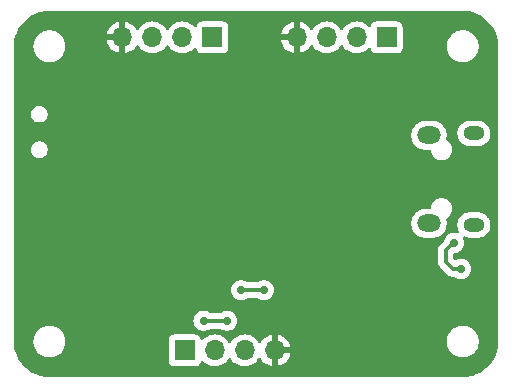
<source format=gbr>
%TF.GenerationSoftware,KiCad,Pcbnew,8.0.0*%
%TF.CreationDate,2024-03-15T15:48:41+01:00*%
%TF.ProjectId,STM32F103_BluePill,53544d33-3246-4313-9033-5f426c756550,rev?*%
%TF.SameCoordinates,Original*%
%TF.FileFunction,Copper,L2,Bot*%
%TF.FilePolarity,Positive*%
%FSLAX46Y46*%
G04 Gerber Fmt 4.6, Leading zero omitted, Abs format (unit mm)*
G04 Created by KiCad (PCBNEW 8.0.0) date 2024-03-15 15:48:41*
%MOMM*%
%LPD*%
G01*
G04 APERTURE LIST*
%TA.AperFunction,ComponentPad*%
%ADD10O,1.800000X1.150000*%
%TD*%
%TA.AperFunction,ComponentPad*%
%ADD11O,2.000000X1.450000*%
%TD*%
%TA.AperFunction,ComponentPad*%
%ADD12R,1.700000X1.700000*%
%TD*%
%TA.AperFunction,ComponentPad*%
%ADD13O,1.700000X1.700000*%
%TD*%
%TA.AperFunction,ViaPad*%
%ADD14C,0.700000*%
%TD*%
%TA.AperFunction,Conductor*%
%ADD15C,0.300000*%
%TD*%
G04 APERTURE END LIST*
D10*
%TO.P,J3,6,Shield*%
%TO.N,unconnected-(J3-Shield-Pad6)_2*%
X169695000Y-102875000D03*
D11*
%TO.N,unconnected-(J3-Shield-Pad6)*%
X165895000Y-102725000D03*
%TO.N,unconnected-(J3-Shield-Pad6)_0*%
X165895000Y-95275000D03*
D10*
%TO.N,unconnected-(J3-Shield-Pad6)_1*%
X169695000Y-95125000D03*
%TD*%
D12*
%TO.P,J4,1,Pin_1*%
%TO.N,+3.3V*%
X162300000Y-87000000D03*
D13*
%TO.P,J4,2,Pin_2*%
%TO.N,/SWDIO*%
X159760000Y-87000000D03*
%TO.P,J4,3,Pin_3*%
%TO.N,/SWCLK*%
X157220000Y-87000000D03*
%TO.P,J4,4,Pin_4*%
%TO.N,GND*%
X154680000Y-87000000D03*
%TD*%
D12*
%TO.P,J2,1,Pin_1*%
%TO.N,+3.3V*%
X145200000Y-113500000D03*
D13*
%TO.P,J2,2,Pin_2*%
%TO.N,/I2C2_SCL*%
X147740000Y-113500000D03*
%TO.P,J2,3,Pin_3*%
%TO.N,/I2C2_SDA*%
X150280000Y-113500000D03*
%TO.P,J2,4,Pin_4*%
%TO.N,GND*%
X152820000Y-113500000D03*
%TD*%
D12*
%TO.P,J1,1,Pin_1*%
%TO.N,+3.3V*%
X147550000Y-87000000D03*
D13*
%TO.P,J1,2,Pin_2*%
%TO.N,/UART1_TX*%
X145010000Y-87000000D03*
%TO.P,J1,3,Pin_3*%
%TO.N,/UART1_RX*%
X142470000Y-87000000D03*
%TO.P,J1,4,Pin_4*%
%TO.N,GND*%
X139930000Y-87000000D03*
%TD*%
D14*
%TO.N,GND*%
X144000000Y-95440000D03*
X140900000Y-96730000D03*
X135680000Y-91840000D03*
X161670000Y-102680000D03*
X143020000Y-103980000D03*
X168600000Y-105400000D03*
X139100000Y-96300000D03*
X152250000Y-102870000D03*
X148635025Y-105895025D03*
X161690000Y-101740000D03*
X147760000Y-97600000D03*
X143030000Y-107310000D03*
X147340000Y-101200000D03*
X137400000Y-101500000D03*
X164410000Y-97700000D03*
X162000000Y-106100000D03*
X157040000Y-98350000D03*
X161200000Y-106100000D03*
X165200000Y-106800000D03*
X141920000Y-99570000D03*
%TO.N,+3.3V*%
X146800000Y-111000000D03*
X151900000Y-108400000D03*
X168000000Y-104400000D03*
X168600000Y-106600000D03*
X148800000Y-111000000D03*
X150000000Y-108400000D03*
%TD*%
D15*
%TO.N,+3.3V*%
X146800000Y-111000000D02*
X148800000Y-111000000D01*
X150000000Y-108400000D02*
X151900000Y-108400000D01*
X167300000Y-106000000D02*
X167300000Y-105000000D01*
X167950000Y-104450000D02*
X168000000Y-104400000D01*
X167900000Y-106600000D02*
X167300000Y-106000000D01*
X167300000Y-105000000D02*
X167900000Y-104400000D01*
X167900000Y-104400000D02*
X168000000Y-104400000D01*
X168600000Y-106600000D02*
X167900000Y-106600000D01*
%TD*%
%TA.AperFunction,Conductor*%
%TO.N,GND*%
G36*
X168750855Y-84750011D02*
G01*
X168912269Y-84752274D01*
X168924390Y-84753041D01*
X169228553Y-84787312D01*
X169245992Y-84789277D01*
X169259700Y-84791606D01*
X169574366Y-84863426D01*
X169587725Y-84867273D01*
X169892392Y-84973881D01*
X169905228Y-84979199D01*
X170196025Y-85119239D01*
X170208195Y-85125965D01*
X170481486Y-85297685D01*
X170492827Y-85305732D01*
X170745173Y-85506971D01*
X170755541Y-85516237D01*
X170983762Y-85744458D01*
X170993028Y-85754826D01*
X171194267Y-86007172D01*
X171202314Y-86018513D01*
X171374034Y-86291804D01*
X171380760Y-86303974D01*
X171520798Y-86594766D01*
X171526120Y-86607613D01*
X171632724Y-86912270D01*
X171636573Y-86925633D01*
X171708393Y-87240299D01*
X171710722Y-87254007D01*
X171746957Y-87575597D01*
X171747725Y-87587743D01*
X171749988Y-87749144D01*
X171750000Y-87750882D01*
X171750000Y-112749117D01*
X171749988Y-112750855D01*
X171747725Y-112912256D01*
X171746957Y-112924402D01*
X171710722Y-113245992D01*
X171708393Y-113259700D01*
X171636573Y-113574366D01*
X171632724Y-113587729D01*
X171526120Y-113892386D01*
X171520798Y-113905233D01*
X171380760Y-114196025D01*
X171374034Y-114208195D01*
X171202314Y-114481486D01*
X171194267Y-114492827D01*
X170993028Y-114745173D01*
X170983762Y-114755541D01*
X170755541Y-114983762D01*
X170745173Y-114993028D01*
X170492827Y-115194267D01*
X170481486Y-115202314D01*
X170208195Y-115374034D01*
X170196025Y-115380760D01*
X169905233Y-115520798D01*
X169892386Y-115526120D01*
X169587729Y-115632724D01*
X169574366Y-115636573D01*
X169259700Y-115708393D01*
X169245992Y-115710722D01*
X168924402Y-115746957D01*
X168912256Y-115747725D01*
X168750856Y-115749988D01*
X168749118Y-115750000D01*
X133750882Y-115750000D01*
X133749144Y-115749988D01*
X133587743Y-115747725D01*
X133575597Y-115746957D01*
X133254007Y-115710722D01*
X133240299Y-115708393D01*
X132925633Y-115636573D01*
X132912270Y-115632724D01*
X132607613Y-115526120D01*
X132594766Y-115520798D01*
X132303974Y-115380760D01*
X132291804Y-115374034D01*
X132018513Y-115202314D01*
X132007172Y-115194267D01*
X131754826Y-114993028D01*
X131744458Y-114983762D01*
X131516237Y-114755541D01*
X131506971Y-114745173D01*
X131450238Y-114674032D01*
X131305730Y-114492824D01*
X131297685Y-114481486D01*
X131245149Y-114397876D01*
X131245145Y-114397870D01*
X143849500Y-114397870D01*
X143849501Y-114397876D01*
X143855908Y-114457483D01*
X143906202Y-114592328D01*
X143906206Y-114592335D01*
X143992452Y-114707544D01*
X143992455Y-114707547D01*
X144107664Y-114793793D01*
X144107671Y-114793797D01*
X144242517Y-114844091D01*
X144242516Y-114844091D01*
X144249444Y-114844835D01*
X144302127Y-114850500D01*
X146097872Y-114850499D01*
X146157483Y-114844091D01*
X146292331Y-114793796D01*
X146407546Y-114707546D01*
X146493796Y-114592331D01*
X146542810Y-114460916D01*
X146584681Y-114404984D01*
X146650145Y-114380566D01*
X146718418Y-114395417D01*
X146746673Y-114416569D01*
X146868599Y-114538495D01*
X146965384Y-114606265D01*
X147062165Y-114674032D01*
X147062167Y-114674033D01*
X147062170Y-114674035D01*
X147276337Y-114773903D01*
X147504592Y-114835063D01*
X147681034Y-114850500D01*
X147739999Y-114855659D01*
X147740000Y-114855659D01*
X147740001Y-114855659D01*
X147798966Y-114850500D01*
X147975408Y-114835063D01*
X148203663Y-114773903D01*
X148417830Y-114674035D01*
X148611401Y-114538495D01*
X148778495Y-114371401D01*
X148908425Y-114185842D01*
X148963002Y-114142217D01*
X149032500Y-114135023D01*
X149094855Y-114166546D01*
X149111575Y-114185842D01*
X149241281Y-114371082D01*
X149241505Y-114371401D01*
X149408599Y-114538495D01*
X149505384Y-114606265D01*
X149602165Y-114674032D01*
X149602167Y-114674033D01*
X149602170Y-114674035D01*
X149816337Y-114773903D01*
X150044592Y-114835063D01*
X150221034Y-114850500D01*
X150279999Y-114855659D01*
X150280000Y-114855659D01*
X150280001Y-114855659D01*
X150338966Y-114850500D01*
X150515408Y-114835063D01*
X150743663Y-114773903D01*
X150957830Y-114674035D01*
X151151401Y-114538495D01*
X151318495Y-114371401D01*
X151448730Y-114185405D01*
X151503307Y-114141781D01*
X151572805Y-114134587D01*
X151635160Y-114166110D01*
X151651879Y-114185405D01*
X151781890Y-114371078D01*
X151948917Y-114538105D01*
X152142421Y-114673600D01*
X152356507Y-114773429D01*
X152356516Y-114773433D01*
X152570000Y-114830634D01*
X152570000Y-113933012D01*
X152627007Y-113965925D01*
X152754174Y-114000000D01*
X152885826Y-114000000D01*
X153012993Y-113965925D01*
X153070000Y-113933012D01*
X153070000Y-114830633D01*
X153283483Y-114773433D01*
X153283492Y-114773429D01*
X153497578Y-114673600D01*
X153691082Y-114538105D01*
X153858105Y-114371082D01*
X153993600Y-114177578D01*
X154093429Y-113963492D01*
X154093432Y-113963486D01*
X154150636Y-113750000D01*
X153253012Y-113750000D01*
X153285925Y-113692993D01*
X153320000Y-113565826D01*
X153320000Y-113434174D01*
X153285925Y-113307007D01*
X153253012Y-113250000D01*
X154150636Y-113250000D01*
X154150635Y-113249999D01*
X154093432Y-113036513D01*
X154093429Y-113036507D01*
X154009391Y-112856287D01*
X167399500Y-112856287D01*
X167400945Y-112865412D01*
X167426691Y-113027967D01*
X167432754Y-113066243D01*
X167495612Y-113259700D01*
X167498444Y-113268414D01*
X167594951Y-113457820D01*
X167719890Y-113629786D01*
X167870213Y-113780109D01*
X168042179Y-113905048D01*
X168042181Y-113905049D01*
X168042184Y-113905051D01*
X168231588Y-114001557D01*
X168433757Y-114067246D01*
X168643713Y-114100500D01*
X168643714Y-114100500D01*
X168856286Y-114100500D01*
X168856287Y-114100500D01*
X169066243Y-114067246D01*
X169268412Y-114001557D01*
X169457816Y-113905051D01*
X169479789Y-113889086D01*
X169629786Y-113780109D01*
X169629788Y-113780106D01*
X169629792Y-113780104D01*
X169780104Y-113629792D01*
X169780106Y-113629788D01*
X169780109Y-113629786D01*
X169905048Y-113457820D01*
X169905047Y-113457820D01*
X169905051Y-113457816D01*
X170001557Y-113268412D01*
X170067246Y-113066243D01*
X170100500Y-112856287D01*
X170100500Y-112643713D01*
X170067246Y-112433757D01*
X170001557Y-112231588D01*
X169905051Y-112042184D01*
X169905049Y-112042181D01*
X169905048Y-112042179D01*
X169780109Y-111870213D01*
X169629786Y-111719890D01*
X169457820Y-111594951D01*
X169268414Y-111498444D01*
X169268413Y-111498443D01*
X169268412Y-111498443D01*
X169066243Y-111432754D01*
X169066241Y-111432753D01*
X169066240Y-111432753D01*
X168904957Y-111407208D01*
X168856287Y-111399500D01*
X168643713Y-111399500D01*
X168595042Y-111407208D01*
X168433760Y-111432753D01*
X168231585Y-111498444D01*
X168042179Y-111594951D01*
X167870213Y-111719890D01*
X167719890Y-111870213D01*
X167594951Y-112042179D01*
X167498444Y-112231585D01*
X167432753Y-112433760D01*
X167416072Y-112539081D01*
X167399500Y-112643713D01*
X167399500Y-112856287D01*
X154009391Y-112856287D01*
X153993600Y-112822422D01*
X153993599Y-112822420D01*
X153858113Y-112628926D01*
X153858108Y-112628920D01*
X153691082Y-112461894D01*
X153497578Y-112326399D01*
X153283492Y-112226570D01*
X153283486Y-112226567D01*
X153070000Y-112169364D01*
X153070000Y-113066988D01*
X153012993Y-113034075D01*
X152885826Y-113000000D01*
X152754174Y-113000000D01*
X152627007Y-113034075D01*
X152570000Y-113066988D01*
X152570000Y-112169364D01*
X152569999Y-112169364D01*
X152356513Y-112226567D01*
X152356507Y-112226570D01*
X152142422Y-112326399D01*
X152142420Y-112326400D01*
X151948926Y-112461886D01*
X151948920Y-112461891D01*
X151781891Y-112628920D01*
X151781890Y-112628922D01*
X151651880Y-112814595D01*
X151597303Y-112858219D01*
X151527804Y-112865412D01*
X151465450Y-112833890D01*
X151448730Y-112814594D01*
X151318494Y-112628597D01*
X151151402Y-112461506D01*
X151151395Y-112461501D01*
X150957834Y-112325967D01*
X150957830Y-112325965D01*
X150957828Y-112325964D01*
X150743663Y-112226097D01*
X150743659Y-112226096D01*
X150743655Y-112226094D01*
X150515413Y-112164938D01*
X150515403Y-112164936D01*
X150280001Y-112144341D01*
X150279999Y-112144341D01*
X150044596Y-112164936D01*
X150044586Y-112164938D01*
X149816344Y-112226094D01*
X149816335Y-112226098D01*
X149602171Y-112325964D01*
X149602169Y-112325965D01*
X149408597Y-112461505D01*
X149241505Y-112628597D01*
X149111575Y-112814158D01*
X149056998Y-112857783D01*
X148987500Y-112864977D01*
X148925145Y-112833454D01*
X148908425Y-112814158D01*
X148778494Y-112628597D01*
X148611402Y-112461506D01*
X148611395Y-112461501D01*
X148417834Y-112325967D01*
X148417830Y-112325965D01*
X148417828Y-112325964D01*
X148203663Y-112226097D01*
X148203659Y-112226096D01*
X148203655Y-112226094D01*
X147975413Y-112164938D01*
X147975403Y-112164936D01*
X147740001Y-112144341D01*
X147739999Y-112144341D01*
X147504596Y-112164936D01*
X147504586Y-112164938D01*
X147276344Y-112226094D01*
X147276335Y-112226098D01*
X147062171Y-112325964D01*
X147062169Y-112325965D01*
X146868600Y-112461503D01*
X146746673Y-112583430D01*
X146685350Y-112616914D01*
X146615658Y-112611930D01*
X146559725Y-112570058D01*
X146542810Y-112539081D01*
X146493797Y-112407671D01*
X146493793Y-112407664D01*
X146407547Y-112292455D01*
X146407544Y-112292452D01*
X146292335Y-112206206D01*
X146292328Y-112206202D01*
X146157482Y-112155908D01*
X146157483Y-112155908D01*
X146097883Y-112149501D01*
X146097881Y-112149500D01*
X146097873Y-112149500D01*
X146097864Y-112149500D01*
X144302129Y-112149500D01*
X144302123Y-112149501D01*
X144242516Y-112155908D01*
X144107671Y-112206202D01*
X144107664Y-112206206D01*
X143992455Y-112292452D01*
X143992452Y-112292455D01*
X143906206Y-112407664D01*
X143906202Y-112407671D01*
X143855908Y-112542517D01*
X143849501Y-112602116D01*
X143849500Y-112602135D01*
X143849500Y-114397870D01*
X131245145Y-114397870D01*
X131125964Y-114208193D01*
X131119239Y-114196025D01*
X131114125Y-114185405D01*
X130979199Y-113905228D01*
X130973879Y-113892386D01*
X130881991Y-113629786D01*
X130867273Y-113587725D01*
X130863426Y-113574366D01*
X130791606Y-113259700D01*
X130789277Y-113245992D01*
X130787312Y-113228553D01*
X130753041Y-112924390D01*
X130752274Y-112912269D01*
X130751489Y-112856287D01*
X132399500Y-112856287D01*
X132400945Y-112865412D01*
X132426691Y-113027967D01*
X132432754Y-113066243D01*
X132495612Y-113259700D01*
X132498444Y-113268414D01*
X132594951Y-113457820D01*
X132719890Y-113629786D01*
X132870213Y-113780109D01*
X133042179Y-113905048D01*
X133042181Y-113905049D01*
X133042184Y-113905051D01*
X133231588Y-114001557D01*
X133433757Y-114067246D01*
X133643713Y-114100500D01*
X133643714Y-114100500D01*
X133856286Y-114100500D01*
X133856287Y-114100500D01*
X134066243Y-114067246D01*
X134268412Y-114001557D01*
X134457816Y-113905051D01*
X134479789Y-113889086D01*
X134629786Y-113780109D01*
X134629788Y-113780106D01*
X134629792Y-113780104D01*
X134780104Y-113629792D01*
X134780106Y-113629788D01*
X134780109Y-113629786D01*
X134905048Y-113457820D01*
X134905047Y-113457820D01*
X134905051Y-113457816D01*
X135001557Y-113268412D01*
X135067246Y-113066243D01*
X135100500Y-112856287D01*
X135100500Y-112643713D01*
X135067246Y-112433757D01*
X135001557Y-112231588D01*
X134905051Y-112042184D01*
X134905049Y-112042181D01*
X134905048Y-112042179D01*
X134780109Y-111870213D01*
X134629786Y-111719890D01*
X134457820Y-111594951D01*
X134268414Y-111498444D01*
X134268413Y-111498443D01*
X134268412Y-111498443D01*
X134066243Y-111432754D01*
X134066241Y-111432753D01*
X134066240Y-111432753D01*
X133904957Y-111407208D01*
X133856287Y-111399500D01*
X133643713Y-111399500D01*
X133595042Y-111407208D01*
X133433760Y-111432753D01*
X133231585Y-111498444D01*
X133042179Y-111594951D01*
X132870213Y-111719890D01*
X132719890Y-111870213D01*
X132594951Y-112042179D01*
X132498444Y-112231585D01*
X132432753Y-112433760D01*
X132416072Y-112539081D01*
X132399500Y-112643713D01*
X132399500Y-112856287D01*
X130751489Y-112856287D01*
X130750012Y-112750855D01*
X130750000Y-112749117D01*
X130750000Y-111000000D01*
X145944815Y-111000000D01*
X145963503Y-111177805D01*
X145963504Y-111177807D01*
X146018747Y-111347829D01*
X146018750Y-111347835D01*
X146108141Y-111502665D01*
X146149812Y-111548946D01*
X146227764Y-111635521D01*
X146227767Y-111635523D01*
X146227770Y-111635526D01*
X146372407Y-111740612D01*
X146535733Y-111813329D01*
X146710609Y-111850500D01*
X146710610Y-111850500D01*
X146889389Y-111850500D01*
X146889391Y-111850500D01*
X147064267Y-111813329D01*
X147227593Y-111740612D01*
X147319025Y-111674182D01*
X147384831Y-111650702D01*
X147391911Y-111650500D01*
X148208089Y-111650500D01*
X148275128Y-111670185D01*
X148280976Y-111674182D01*
X148372407Y-111740612D01*
X148535733Y-111813329D01*
X148710609Y-111850500D01*
X148710610Y-111850500D01*
X148889389Y-111850500D01*
X148889391Y-111850500D01*
X149064267Y-111813329D01*
X149227593Y-111740612D01*
X149372230Y-111635526D01*
X149491859Y-111502665D01*
X149581250Y-111347835D01*
X149636497Y-111177803D01*
X149655185Y-111000000D01*
X149636497Y-110822197D01*
X149581250Y-110652165D01*
X149491859Y-110497335D01*
X149445003Y-110445296D01*
X149372235Y-110364478D01*
X149372232Y-110364476D01*
X149372231Y-110364475D01*
X149372230Y-110364474D01*
X149227593Y-110259388D01*
X149064267Y-110186671D01*
X149064265Y-110186670D01*
X148936594Y-110159533D01*
X148889391Y-110149500D01*
X148710609Y-110149500D01*
X148679954Y-110156015D01*
X148535733Y-110186670D01*
X148535728Y-110186672D01*
X148372408Y-110259388D01*
X148372403Y-110259390D01*
X148280974Y-110325818D01*
X148215168Y-110349298D01*
X148208089Y-110349500D01*
X147391911Y-110349500D01*
X147324872Y-110329815D01*
X147319025Y-110325818D01*
X147303803Y-110314758D01*
X147227593Y-110259388D01*
X147064267Y-110186671D01*
X147064265Y-110186670D01*
X146936594Y-110159533D01*
X146889391Y-110149500D01*
X146710609Y-110149500D01*
X146679954Y-110156015D01*
X146535733Y-110186670D01*
X146535728Y-110186672D01*
X146372408Y-110259387D01*
X146227768Y-110364475D01*
X146108140Y-110497336D01*
X146018750Y-110652164D01*
X146018747Y-110652170D01*
X145963504Y-110822192D01*
X145963503Y-110822194D01*
X145944815Y-111000000D01*
X130750000Y-111000000D01*
X130750000Y-108400000D01*
X149144815Y-108400000D01*
X149163503Y-108577805D01*
X149163504Y-108577807D01*
X149218747Y-108747829D01*
X149218750Y-108747835D01*
X149308141Y-108902665D01*
X149349812Y-108948946D01*
X149427764Y-109035521D01*
X149427767Y-109035523D01*
X149427770Y-109035526D01*
X149572407Y-109140612D01*
X149735733Y-109213329D01*
X149910609Y-109250500D01*
X149910610Y-109250500D01*
X150089389Y-109250500D01*
X150089391Y-109250500D01*
X150264267Y-109213329D01*
X150427593Y-109140612D01*
X150519025Y-109074182D01*
X150584831Y-109050702D01*
X150591911Y-109050500D01*
X151308089Y-109050500D01*
X151375128Y-109070185D01*
X151380976Y-109074182D01*
X151472407Y-109140612D01*
X151635733Y-109213329D01*
X151810609Y-109250500D01*
X151810610Y-109250500D01*
X151989389Y-109250500D01*
X151989391Y-109250500D01*
X152164267Y-109213329D01*
X152327593Y-109140612D01*
X152472230Y-109035526D01*
X152591859Y-108902665D01*
X152681250Y-108747835D01*
X152736497Y-108577803D01*
X152755185Y-108400000D01*
X152736497Y-108222197D01*
X152681250Y-108052165D01*
X152591859Y-107897335D01*
X152545003Y-107845296D01*
X152472235Y-107764478D01*
X152472232Y-107764476D01*
X152472231Y-107764475D01*
X152472230Y-107764474D01*
X152327593Y-107659388D01*
X152164267Y-107586671D01*
X152164265Y-107586670D01*
X152036594Y-107559533D01*
X151989391Y-107549500D01*
X151810609Y-107549500D01*
X151779954Y-107556015D01*
X151635733Y-107586670D01*
X151635728Y-107586672D01*
X151472408Y-107659388D01*
X151472403Y-107659390D01*
X151380974Y-107725818D01*
X151315168Y-107749298D01*
X151308089Y-107749500D01*
X150591911Y-107749500D01*
X150524872Y-107729815D01*
X150519025Y-107725818D01*
X150503803Y-107714758D01*
X150427593Y-107659388D01*
X150264267Y-107586671D01*
X150264265Y-107586670D01*
X150136594Y-107559533D01*
X150089391Y-107549500D01*
X149910609Y-107549500D01*
X149879954Y-107556015D01*
X149735733Y-107586670D01*
X149735728Y-107586672D01*
X149572408Y-107659387D01*
X149427768Y-107764475D01*
X149308140Y-107897336D01*
X149218750Y-108052164D01*
X149218747Y-108052170D01*
X149163504Y-108222192D01*
X149163503Y-108222194D01*
X149144815Y-108400000D01*
X130750000Y-108400000D01*
X130750000Y-106064071D01*
X166649499Y-106064071D01*
X166673620Y-106185328D01*
X166674498Y-106189743D01*
X166723533Y-106308125D01*
X166794726Y-106414673D01*
X166794727Y-106414674D01*
X167394724Y-107014669D01*
X167482718Y-107102663D01*
X167485332Y-107105277D01*
X167591866Y-107176461D01*
X167591872Y-107176464D01*
X167591873Y-107176465D01*
X167710256Y-107225501D01*
X167710260Y-107225501D01*
X167710261Y-107225502D01*
X167835928Y-107250500D01*
X167835931Y-107250500D01*
X168008089Y-107250500D01*
X168075128Y-107270185D01*
X168080976Y-107274182D01*
X168172407Y-107340612D01*
X168335733Y-107413329D01*
X168510609Y-107450500D01*
X168510610Y-107450500D01*
X168689389Y-107450500D01*
X168689391Y-107450500D01*
X168864267Y-107413329D01*
X169027593Y-107340612D01*
X169172230Y-107235526D01*
X169181258Y-107225500D01*
X169225408Y-107176466D01*
X169291859Y-107102665D01*
X169381250Y-106947835D01*
X169436497Y-106777803D01*
X169455185Y-106600000D01*
X169436497Y-106422197D01*
X169381250Y-106252165D01*
X169291859Y-106097335D01*
X169245003Y-106045296D01*
X169172235Y-105964478D01*
X169172232Y-105964476D01*
X169172231Y-105964475D01*
X169172230Y-105964474D01*
X169027593Y-105859388D01*
X168864267Y-105786671D01*
X168864265Y-105786670D01*
X168736594Y-105759533D01*
X168689391Y-105749500D01*
X168510609Y-105749500D01*
X168479954Y-105756015D01*
X168335733Y-105786670D01*
X168335732Y-105786670D01*
X168185861Y-105853397D01*
X168116611Y-105862681D01*
X168053334Y-105833052D01*
X168047745Y-105827798D01*
X167986819Y-105766872D01*
X167953334Y-105705549D01*
X167950500Y-105679191D01*
X167950500Y-105374500D01*
X167970185Y-105307461D01*
X168022989Y-105261706D01*
X168074500Y-105250500D01*
X168089389Y-105250500D01*
X168089391Y-105250500D01*
X168264267Y-105213329D01*
X168427593Y-105140612D01*
X168572230Y-105035526D01*
X168691859Y-104902665D01*
X168781250Y-104747835D01*
X168836497Y-104577803D01*
X168855185Y-104400000D01*
X168836497Y-104222197D01*
X168781250Y-104052165D01*
X168769633Y-104032045D01*
X168753160Y-103964146D01*
X168776012Y-103898119D01*
X168830933Y-103854928D01*
X168900486Y-103848286D01*
X168933315Y-103859560D01*
X168957146Y-103871703D01*
X168957148Y-103871703D01*
X168957151Y-103871705D01*
X169043450Y-103899745D01*
X169118152Y-103924018D01*
X169285351Y-103950500D01*
X169285356Y-103950500D01*
X170104649Y-103950500D01*
X170271847Y-103924018D01*
X170283216Y-103920324D01*
X170432849Y-103871705D01*
X170583685Y-103794850D01*
X170720641Y-103695346D01*
X170840346Y-103575641D01*
X170939850Y-103438685D01*
X171016705Y-103287849D01*
X171069018Y-103126847D01*
X171095500Y-102959649D01*
X171095500Y-102790350D01*
X171069018Y-102623152D01*
X171016703Y-102462146D01*
X170988820Y-102407425D01*
X170939850Y-102311315D01*
X170898621Y-102254568D01*
X170840351Y-102174365D01*
X170840347Y-102174360D01*
X170720639Y-102054652D01*
X170720634Y-102054648D01*
X170583688Y-101955152D01*
X170583687Y-101955151D01*
X170583685Y-101955150D01*
X170527727Y-101926638D01*
X170432853Y-101878296D01*
X170271847Y-101825981D01*
X170104649Y-101799500D01*
X170104644Y-101799500D01*
X169285356Y-101799500D01*
X169285351Y-101799500D01*
X169118152Y-101825981D01*
X168957146Y-101878296D01*
X168806311Y-101955152D01*
X168669365Y-102054648D01*
X168669360Y-102054652D01*
X168549652Y-102174360D01*
X168549648Y-102174365D01*
X168450152Y-102311311D01*
X168373296Y-102462146D01*
X168320981Y-102623152D01*
X168294500Y-102790350D01*
X168294500Y-102959649D01*
X168320981Y-103126847D01*
X168373296Y-103287853D01*
X168443247Y-103425137D01*
X168456143Y-103493806D01*
X168429867Y-103558547D01*
X168372760Y-103598804D01*
X168302955Y-103601796D01*
X168282327Y-103594712D01*
X168264267Y-103586671D01*
X168264265Y-103586670D01*
X168131954Y-103558547D01*
X168089391Y-103549500D01*
X167910609Y-103549500D01*
X167879954Y-103556015D01*
X167735733Y-103586670D01*
X167735728Y-103586672D01*
X167572408Y-103659387D01*
X167427768Y-103764475D01*
X167308140Y-103897336D01*
X167218750Y-104052164D01*
X167218748Y-104052168D01*
X167175419Y-104185522D01*
X167145169Y-104234884D01*
X166794727Y-104585325D01*
X166794724Y-104585328D01*
X166758365Y-104639743D01*
X166758366Y-104639744D01*
X166723534Y-104691874D01*
X166674499Y-104810255D01*
X166674497Y-104810261D01*
X166649500Y-104935928D01*
X166649500Y-104935931D01*
X166649500Y-106064069D01*
X166649500Y-106064071D01*
X166649499Y-106064071D01*
X130750000Y-106064071D01*
X130750000Y-102821448D01*
X164394500Y-102821448D01*
X164424675Y-103011969D01*
X164424676Y-103011972D01*
X164484285Y-103195429D01*
X164571859Y-103367302D01*
X164685241Y-103523359D01*
X164821641Y-103659759D01*
X164977698Y-103773141D01*
X165149571Y-103860715D01*
X165333028Y-103920324D01*
X165523551Y-103950500D01*
X165523552Y-103950500D01*
X166266448Y-103950500D01*
X166266449Y-103950500D01*
X166456972Y-103920324D01*
X166640429Y-103860715D01*
X166812302Y-103773141D01*
X166968359Y-103659759D01*
X167104759Y-103523359D01*
X167218141Y-103367302D01*
X167305715Y-103195429D01*
X167365324Y-103011972D01*
X167395500Y-102821449D01*
X167395500Y-102628551D01*
X167365324Y-102438028D01*
X167358902Y-102418266D01*
X167356908Y-102348428D01*
X167392988Y-102288595D01*
X167403941Y-102279637D01*
X167550871Y-102172888D01*
X167677533Y-102032216D01*
X167772179Y-101868284D01*
X167830674Y-101688256D01*
X167850460Y-101500000D01*
X167830674Y-101311744D01*
X167772179Y-101131716D01*
X167677533Y-100967784D01*
X167550871Y-100827112D01*
X167550870Y-100827111D01*
X167397734Y-100715851D01*
X167397729Y-100715848D01*
X167224807Y-100638857D01*
X167224802Y-100638855D01*
X167079001Y-100607865D01*
X167039646Y-100599500D01*
X166850354Y-100599500D01*
X166817897Y-100606398D01*
X166665197Y-100638855D01*
X166665192Y-100638857D01*
X166492270Y-100715848D01*
X166492265Y-100715851D01*
X166339129Y-100827111D01*
X166212466Y-100967785D01*
X166117821Y-101131715D01*
X166117818Y-101131722D01*
X166059325Y-101311745D01*
X166051263Y-101388461D01*
X166024679Y-101453075D01*
X165967382Y-101493061D01*
X165927942Y-101499500D01*
X165523551Y-101499500D01*
X165487697Y-101505178D01*
X165333030Y-101529675D01*
X165149568Y-101589286D01*
X164977697Y-101676859D01*
X164888661Y-101741547D01*
X164821641Y-101790241D01*
X164821639Y-101790243D01*
X164821638Y-101790243D01*
X164685243Y-101926638D01*
X164685243Y-101926639D01*
X164685241Y-101926641D01*
X164664528Y-101955150D01*
X164571859Y-102082697D01*
X164484286Y-102254568D01*
X164424675Y-102438030D01*
X164394500Y-102628551D01*
X164394500Y-102821448D01*
X130750000Y-102821448D01*
X130750000Y-96568995D01*
X132194499Y-96568995D01*
X132221418Y-96704322D01*
X132221421Y-96704332D01*
X132274221Y-96831804D01*
X132274228Y-96831817D01*
X132350885Y-96946541D01*
X132350888Y-96946545D01*
X132448454Y-97044111D01*
X132448458Y-97044114D01*
X132563182Y-97120771D01*
X132563195Y-97120778D01*
X132689001Y-97172888D01*
X132690672Y-97173580D01*
X132690676Y-97173580D01*
X132690677Y-97173581D01*
X132826004Y-97200500D01*
X132826007Y-97200500D01*
X132963995Y-97200500D01*
X133055041Y-97182389D01*
X133099328Y-97173580D01*
X133226811Y-97120775D01*
X133341542Y-97044114D01*
X133439114Y-96946542D01*
X133515775Y-96831811D01*
X133568580Y-96704328D01*
X133587037Y-96611539D01*
X133595500Y-96568995D01*
X133595500Y-96431004D01*
X133568581Y-96295677D01*
X133568580Y-96295676D01*
X133568580Y-96295672D01*
X133529159Y-96200500D01*
X133515778Y-96168195D01*
X133515771Y-96168182D01*
X133439114Y-96053458D01*
X133439111Y-96053454D01*
X133341545Y-95955888D01*
X133341541Y-95955885D01*
X133226817Y-95879228D01*
X133226804Y-95879221D01*
X133099332Y-95826421D01*
X133099322Y-95826418D01*
X132963995Y-95799500D01*
X132963993Y-95799500D01*
X132826007Y-95799500D01*
X132826005Y-95799500D01*
X132690677Y-95826418D01*
X132690667Y-95826421D01*
X132563195Y-95879221D01*
X132563182Y-95879228D01*
X132448458Y-95955885D01*
X132448454Y-95955888D01*
X132350888Y-96053454D01*
X132350885Y-96053458D01*
X132274228Y-96168182D01*
X132274221Y-96168195D01*
X132221421Y-96295667D01*
X132221418Y-96295677D01*
X132194500Y-96431004D01*
X132194500Y-96431007D01*
X132194500Y-96568993D01*
X132194500Y-96568995D01*
X132194499Y-96568995D01*
X130750000Y-96568995D01*
X130750000Y-95371448D01*
X164394500Y-95371448D01*
X164424675Y-95561969D01*
X164424676Y-95561972D01*
X164484285Y-95745429D01*
X164571859Y-95917302D01*
X164685241Y-96073359D01*
X164821641Y-96209759D01*
X164977698Y-96323141D01*
X165149571Y-96410715D01*
X165333028Y-96470324D01*
X165523551Y-96500500D01*
X165927942Y-96500500D01*
X165994981Y-96520185D01*
X166040736Y-96572989D01*
X166051263Y-96611539D01*
X166059325Y-96688254D01*
X166117818Y-96868277D01*
X166117821Y-96868284D01*
X166212467Y-97032216D01*
X166292203Y-97120771D01*
X166339129Y-97172888D01*
X166492265Y-97284148D01*
X166492270Y-97284151D01*
X166665192Y-97361142D01*
X166665197Y-97361144D01*
X166850354Y-97400500D01*
X166850355Y-97400500D01*
X167039644Y-97400500D01*
X167039646Y-97400500D01*
X167224803Y-97361144D01*
X167397730Y-97284151D01*
X167550871Y-97172888D01*
X167677533Y-97032216D01*
X167772179Y-96868284D01*
X167830674Y-96688256D01*
X167850460Y-96500000D01*
X167830674Y-96311744D01*
X167772179Y-96131716D01*
X167677533Y-95967784D01*
X167550871Y-95827112D01*
X167549916Y-95826418D01*
X167403949Y-95720367D01*
X167361283Y-95665037D01*
X167355304Y-95595424D01*
X167358900Y-95581739D01*
X167365324Y-95561972D01*
X167395500Y-95371449D01*
X167395500Y-95209649D01*
X168294500Y-95209649D01*
X168320981Y-95376847D01*
X168373296Y-95537853D01*
X168450152Y-95688688D01*
X168549648Y-95825634D01*
X168549652Y-95825639D01*
X168669360Y-95945347D01*
X168669365Y-95945351D01*
X168788817Y-96032137D01*
X168806315Y-96044850D01*
X168902425Y-96093820D01*
X168957146Y-96121703D01*
X168957148Y-96121703D01*
X168957151Y-96121705D01*
X169043450Y-96149745D01*
X169118152Y-96174018D01*
X169285351Y-96200500D01*
X169285356Y-96200500D01*
X170104649Y-96200500D01*
X170271847Y-96174018D01*
X170289768Y-96168195D01*
X170432849Y-96121705D01*
X170583685Y-96044850D01*
X170720641Y-95945346D01*
X170840346Y-95825641D01*
X170939850Y-95688685D01*
X171016705Y-95537849D01*
X171069018Y-95376847D01*
X171069873Y-95371448D01*
X171095500Y-95209649D01*
X171095500Y-95040350D01*
X171069018Y-94873152D01*
X171016703Y-94712146D01*
X170988820Y-94657425D01*
X170939850Y-94561315D01*
X170878329Y-94476638D01*
X170840351Y-94424365D01*
X170840347Y-94424360D01*
X170720639Y-94304652D01*
X170720634Y-94304648D01*
X170583688Y-94205152D01*
X170583687Y-94205151D01*
X170583685Y-94205150D01*
X170521722Y-94173578D01*
X170432853Y-94128296D01*
X170271847Y-94075981D01*
X170104649Y-94049500D01*
X170104644Y-94049500D01*
X169285356Y-94049500D01*
X169285351Y-94049500D01*
X169118152Y-94075981D01*
X168957146Y-94128296D01*
X168806311Y-94205152D01*
X168669365Y-94304648D01*
X168669360Y-94304652D01*
X168549652Y-94424360D01*
X168549648Y-94424365D01*
X168450152Y-94561311D01*
X168373296Y-94712146D01*
X168320981Y-94873152D01*
X168294500Y-95040350D01*
X168294500Y-95209649D01*
X167395500Y-95209649D01*
X167395500Y-95178551D01*
X167365324Y-94988028D01*
X167305715Y-94804571D01*
X167218141Y-94632698D01*
X167104759Y-94476641D01*
X166968359Y-94340241D01*
X166812302Y-94226859D01*
X166640429Y-94139285D01*
X166456972Y-94079676D01*
X166456970Y-94079675D01*
X166456969Y-94079675D01*
X166310614Y-94056495D01*
X166266449Y-94049500D01*
X165523551Y-94049500D01*
X165487697Y-94055178D01*
X165333030Y-94079675D01*
X165149568Y-94139286D01*
X164977697Y-94226859D01*
X164888661Y-94291547D01*
X164821641Y-94340241D01*
X164821639Y-94340243D01*
X164821638Y-94340243D01*
X164685243Y-94476638D01*
X164685243Y-94476639D01*
X164685241Y-94476641D01*
X164636547Y-94543661D01*
X164571859Y-94632697D01*
X164484286Y-94804568D01*
X164424675Y-94988030D01*
X164394500Y-95178551D01*
X164394500Y-95371448D01*
X130750000Y-95371448D01*
X130750000Y-93568995D01*
X132194499Y-93568995D01*
X132221418Y-93704322D01*
X132221421Y-93704332D01*
X132274221Y-93831804D01*
X132274228Y-93831817D01*
X132350885Y-93946541D01*
X132350888Y-93946545D01*
X132448454Y-94044111D01*
X132448458Y-94044114D01*
X132563182Y-94120771D01*
X132563195Y-94120778D01*
X132690667Y-94173578D01*
X132690672Y-94173580D01*
X132690676Y-94173580D01*
X132690677Y-94173581D01*
X132826004Y-94200500D01*
X132826007Y-94200500D01*
X132963995Y-94200500D01*
X133055041Y-94182389D01*
X133099328Y-94173580D01*
X133226811Y-94120775D01*
X133341542Y-94044114D01*
X133439114Y-93946542D01*
X133515775Y-93831811D01*
X133568580Y-93704328D01*
X133595500Y-93568993D01*
X133595500Y-93431007D01*
X133595500Y-93431004D01*
X133568581Y-93295677D01*
X133568580Y-93295676D01*
X133568580Y-93295672D01*
X133568578Y-93295667D01*
X133515778Y-93168195D01*
X133515771Y-93168182D01*
X133439114Y-93053458D01*
X133439111Y-93053454D01*
X133341545Y-92955888D01*
X133341541Y-92955885D01*
X133226817Y-92879228D01*
X133226804Y-92879221D01*
X133099332Y-92826421D01*
X133099322Y-92826418D01*
X132963995Y-92799500D01*
X132963993Y-92799500D01*
X132826007Y-92799500D01*
X132826005Y-92799500D01*
X132690677Y-92826418D01*
X132690667Y-92826421D01*
X132563195Y-92879221D01*
X132563182Y-92879228D01*
X132448458Y-92955885D01*
X132448454Y-92955888D01*
X132350888Y-93053454D01*
X132350885Y-93053458D01*
X132274228Y-93168182D01*
X132274221Y-93168195D01*
X132221421Y-93295667D01*
X132221418Y-93295677D01*
X132194500Y-93431004D01*
X132194500Y-93431007D01*
X132194500Y-93568993D01*
X132194500Y-93568995D01*
X132194499Y-93568995D01*
X130750000Y-93568995D01*
X130750000Y-87856287D01*
X132399500Y-87856287D01*
X132406087Y-87897873D01*
X132428359Y-88038498D01*
X132432754Y-88066243D01*
X132478666Y-88207546D01*
X132498444Y-88268414D01*
X132594951Y-88457820D01*
X132719890Y-88629786D01*
X132870213Y-88780109D01*
X133042179Y-88905048D01*
X133042181Y-88905049D01*
X133042184Y-88905051D01*
X133231588Y-89001557D01*
X133433757Y-89067246D01*
X133643713Y-89100500D01*
X133643714Y-89100500D01*
X133856286Y-89100500D01*
X133856287Y-89100500D01*
X134066243Y-89067246D01*
X134268412Y-89001557D01*
X134457816Y-88905051D01*
X134479789Y-88889086D01*
X134629786Y-88780109D01*
X134629788Y-88780106D01*
X134629792Y-88780104D01*
X134780104Y-88629792D01*
X134780106Y-88629788D01*
X134780109Y-88629786D01*
X134905048Y-88457820D01*
X134905047Y-88457820D01*
X134905051Y-88457816D01*
X135001557Y-88268412D01*
X135067246Y-88066243D01*
X135100500Y-87856287D01*
X135100500Y-87643713D01*
X135067246Y-87433757D01*
X135007539Y-87250000D01*
X138599364Y-87250000D01*
X138656567Y-87463486D01*
X138656570Y-87463492D01*
X138756399Y-87677578D01*
X138891894Y-87871082D01*
X139058917Y-88038105D01*
X139252421Y-88173600D01*
X139466507Y-88273429D01*
X139466516Y-88273433D01*
X139680000Y-88330634D01*
X139680000Y-87433012D01*
X139737007Y-87465925D01*
X139864174Y-87500000D01*
X139995826Y-87500000D01*
X140122993Y-87465925D01*
X140180000Y-87433012D01*
X140180000Y-88330633D01*
X140393483Y-88273433D01*
X140393492Y-88273429D01*
X140607578Y-88173600D01*
X140801082Y-88038105D01*
X140968105Y-87871082D01*
X141098119Y-87685405D01*
X141152696Y-87641781D01*
X141222195Y-87634588D01*
X141284549Y-87666110D01*
X141301269Y-87685405D01*
X141431505Y-87871401D01*
X141598599Y-88038495D01*
X141695384Y-88106265D01*
X141792165Y-88174032D01*
X141792167Y-88174033D01*
X141792170Y-88174035D01*
X142006337Y-88273903D01*
X142234592Y-88335063D01*
X142411034Y-88350500D01*
X142469999Y-88355659D01*
X142470000Y-88355659D01*
X142470001Y-88355659D01*
X142528966Y-88350500D01*
X142705408Y-88335063D01*
X142933663Y-88273903D01*
X143147830Y-88174035D01*
X143341401Y-88038495D01*
X143508495Y-87871401D01*
X143638425Y-87685842D01*
X143693002Y-87642217D01*
X143762500Y-87635023D01*
X143824855Y-87666546D01*
X143841575Y-87685842D01*
X143971281Y-87871082D01*
X143971505Y-87871401D01*
X144138599Y-88038495D01*
X144235384Y-88106265D01*
X144332165Y-88174032D01*
X144332167Y-88174033D01*
X144332170Y-88174035D01*
X144546337Y-88273903D01*
X144774592Y-88335063D01*
X144951034Y-88350500D01*
X145009999Y-88355659D01*
X145010000Y-88355659D01*
X145010001Y-88355659D01*
X145068966Y-88350500D01*
X145245408Y-88335063D01*
X145473663Y-88273903D01*
X145687830Y-88174035D01*
X145881401Y-88038495D01*
X146003329Y-87916566D01*
X146064648Y-87883084D01*
X146134340Y-87888068D01*
X146190274Y-87929939D01*
X146207189Y-87960917D01*
X146256202Y-88092328D01*
X146256206Y-88092335D01*
X146342452Y-88207544D01*
X146342455Y-88207547D01*
X146457664Y-88293793D01*
X146457671Y-88293797D01*
X146592517Y-88344091D01*
X146592516Y-88344091D01*
X146599444Y-88344835D01*
X146652127Y-88350500D01*
X148447872Y-88350499D01*
X148507483Y-88344091D01*
X148642331Y-88293796D01*
X148757546Y-88207546D01*
X148843796Y-88092331D01*
X148894091Y-87957483D01*
X148900500Y-87897873D01*
X148900500Y-87250000D01*
X153349364Y-87250000D01*
X153406567Y-87463486D01*
X153406570Y-87463492D01*
X153506399Y-87677578D01*
X153641894Y-87871082D01*
X153808917Y-88038105D01*
X154002421Y-88173600D01*
X154216507Y-88273429D01*
X154216516Y-88273433D01*
X154430000Y-88330634D01*
X154430000Y-87433012D01*
X154487007Y-87465925D01*
X154614174Y-87500000D01*
X154745826Y-87500000D01*
X154872993Y-87465925D01*
X154930000Y-87433012D01*
X154930000Y-88330633D01*
X155143483Y-88273433D01*
X155143492Y-88273429D01*
X155357578Y-88173600D01*
X155551082Y-88038105D01*
X155718105Y-87871082D01*
X155848119Y-87685405D01*
X155902696Y-87641781D01*
X155972195Y-87634588D01*
X156034549Y-87666110D01*
X156051269Y-87685405D01*
X156181505Y-87871401D01*
X156348599Y-88038495D01*
X156445384Y-88106265D01*
X156542165Y-88174032D01*
X156542167Y-88174033D01*
X156542170Y-88174035D01*
X156756337Y-88273903D01*
X156984592Y-88335063D01*
X157161034Y-88350500D01*
X157219999Y-88355659D01*
X157220000Y-88355659D01*
X157220001Y-88355659D01*
X157278966Y-88350500D01*
X157455408Y-88335063D01*
X157683663Y-88273903D01*
X157897830Y-88174035D01*
X158091401Y-88038495D01*
X158258495Y-87871401D01*
X158388425Y-87685842D01*
X158443002Y-87642217D01*
X158512500Y-87635023D01*
X158574855Y-87666546D01*
X158591575Y-87685842D01*
X158721281Y-87871082D01*
X158721505Y-87871401D01*
X158888599Y-88038495D01*
X158985384Y-88106265D01*
X159082165Y-88174032D01*
X159082167Y-88174033D01*
X159082170Y-88174035D01*
X159296337Y-88273903D01*
X159524592Y-88335063D01*
X159701034Y-88350500D01*
X159759999Y-88355659D01*
X159760000Y-88355659D01*
X159760001Y-88355659D01*
X159818966Y-88350500D01*
X159995408Y-88335063D01*
X160223663Y-88273903D01*
X160437830Y-88174035D01*
X160631401Y-88038495D01*
X160753329Y-87916566D01*
X160814648Y-87883084D01*
X160884340Y-87888068D01*
X160940274Y-87929939D01*
X160957189Y-87960917D01*
X161006202Y-88092328D01*
X161006206Y-88092335D01*
X161092452Y-88207544D01*
X161092455Y-88207547D01*
X161207664Y-88293793D01*
X161207671Y-88293797D01*
X161342517Y-88344091D01*
X161342516Y-88344091D01*
X161349444Y-88344835D01*
X161402127Y-88350500D01*
X163197872Y-88350499D01*
X163257483Y-88344091D01*
X163392331Y-88293796D01*
X163507546Y-88207546D01*
X163593796Y-88092331D01*
X163644091Y-87957483D01*
X163650500Y-87897873D01*
X163650500Y-87856287D01*
X167399500Y-87856287D01*
X167406087Y-87897873D01*
X167428359Y-88038498D01*
X167432754Y-88066243D01*
X167478666Y-88207546D01*
X167498444Y-88268414D01*
X167594951Y-88457820D01*
X167719890Y-88629786D01*
X167870213Y-88780109D01*
X168042179Y-88905048D01*
X168042181Y-88905049D01*
X168042184Y-88905051D01*
X168231588Y-89001557D01*
X168433757Y-89067246D01*
X168643713Y-89100500D01*
X168643714Y-89100500D01*
X168856286Y-89100500D01*
X168856287Y-89100500D01*
X169066243Y-89067246D01*
X169268412Y-89001557D01*
X169457816Y-88905051D01*
X169479789Y-88889086D01*
X169629786Y-88780109D01*
X169629788Y-88780106D01*
X169629792Y-88780104D01*
X169780104Y-88629792D01*
X169780106Y-88629788D01*
X169780109Y-88629786D01*
X169905048Y-88457820D01*
X169905047Y-88457820D01*
X169905051Y-88457816D01*
X170001557Y-88268412D01*
X170067246Y-88066243D01*
X170100500Y-87856287D01*
X170100500Y-87643713D01*
X170067246Y-87433757D01*
X170001557Y-87231588D01*
X169905051Y-87042184D01*
X169905049Y-87042181D01*
X169905048Y-87042179D01*
X169780109Y-86870213D01*
X169629786Y-86719890D01*
X169457820Y-86594951D01*
X169268414Y-86498444D01*
X169268413Y-86498443D01*
X169268412Y-86498443D01*
X169066243Y-86432754D01*
X169066241Y-86432753D01*
X169066240Y-86432753D01*
X168904957Y-86407208D01*
X168856287Y-86399500D01*
X168643713Y-86399500D01*
X168595042Y-86407208D01*
X168433760Y-86432753D01*
X168231585Y-86498444D01*
X168042179Y-86594951D01*
X167870213Y-86719890D01*
X167719890Y-86870213D01*
X167594951Y-87042179D01*
X167498444Y-87231585D01*
X167432753Y-87433760D01*
X167408367Y-87587729D01*
X167399500Y-87643713D01*
X167399500Y-87856287D01*
X163650500Y-87856287D01*
X163650499Y-86102128D01*
X163644091Y-86042517D01*
X163642810Y-86039083D01*
X163593797Y-85907671D01*
X163593793Y-85907664D01*
X163507547Y-85792455D01*
X163507544Y-85792452D01*
X163392335Y-85706206D01*
X163392328Y-85706202D01*
X163257482Y-85655908D01*
X163257483Y-85655908D01*
X163197883Y-85649501D01*
X163197881Y-85649500D01*
X163197873Y-85649500D01*
X163197864Y-85649500D01*
X161402129Y-85649500D01*
X161402123Y-85649501D01*
X161342516Y-85655908D01*
X161207671Y-85706202D01*
X161207664Y-85706206D01*
X161092455Y-85792452D01*
X161092452Y-85792455D01*
X161006206Y-85907664D01*
X161006203Y-85907669D01*
X160957189Y-86039083D01*
X160915317Y-86095016D01*
X160849853Y-86119433D01*
X160781580Y-86104581D01*
X160753326Y-86083430D01*
X160631402Y-85961506D01*
X160631395Y-85961501D01*
X160437834Y-85825967D01*
X160437830Y-85825965D01*
X160437828Y-85825964D01*
X160223663Y-85726097D01*
X160223659Y-85726096D01*
X160223655Y-85726094D01*
X159995413Y-85664938D01*
X159995403Y-85664936D01*
X159760001Y-85644341D01*
X159759999Y-85644341D01*
X159524596Y-85664936D01*
X159524586Y-85664938D01*
X159296344Y-85726094D01*
X159296335Y-85726098D01*
X159082171Y-85825964D01*
X159082169Y-85825965D01*
X158888597Y-85961505D01*
X158721505Y-86128597D01*
X158591575Y-86314158D01*
X158536998Y-86357783D01*
X158467500Y-86364977D01*
X158405145Y-86333454D01*
X158388425Y-86314158D01*
X158258494Y-86128597D01*
X158091402Y-85961506D01*
X158091395Y-85961501D01*
X157897834Y-85825967D01*
X157897830Y-85825965D01*
X157897828Y-85825964D01*
X157683663Y-85726097D01*
X157683659Y-85726096D01*
X157683655Y-85726094D01*
X157455413Y-85664938D01*
X157455403Y-85664936D01*
X157220001Y-85644341D01*
X157219999Y-85644341D01*
X156984596Y-85664936D01*
X156984586Y-85664938D01*
X156756344Y-85726094D01*
X156756335Y-85726098D01*
X156542171Y-85825964D01*
X156542169Y-85825965D01*
X156348597Y-85961505D01*
X156181508Y-86128594D01*
X156051269Y-86314595D01*
X155996692Y-86358219D01*
X155927193Y-86365412D01*
X155864839Y-86333890D01*
X155848119Y-86314594D01*
X155718113Y-86128926D01*
X155718108Y-86128920D01*
X155551082Y-85961894D01*
X155357578Y-85826399D01*
X155143492Y-85726570D01*
X155143486Y-85726567D01*
X154930000Y-85669364D01*
X154930000Y-86566988D01*
X154872993Y-86534075D01*
X154745826Y-86500000D01*
X154614174Y-86500000D01*
X154487007Y-86534075D01*
X154430000Y-86566988D01*
X154430000Y-85669364D01*
X154429999Y-85669364D01*
X154216513Y-85726567D01*
X154216507Y-85726570D01*
X154002422Y-85826399D01*
X154002420Y-85826400D01*
X153808926Y-85961886D01*
X153808920Y-85961891D01*
X153641891Y-86128920D01*
X153641886Y-86128926D01*
X153506400Y-86322420D01*
X153506399Y-86322422D01*
X153406570Y-86536507D01*
X153406567Y-86536513D01*
X153349364Y-86749999D01*
X153349364Y-86750000D01*
X154246988Y-86750000D01*
X154214075Y-86807007D01*
X154180000Y-86934174D01*
X154180000Y-87065826D01*
X154214075Y-87192993D01*
X154246988Y-87250000D01*
X153349364Y-87250000D01*
X148900500Y-87250000D01*
X148900499Y-86102128D01*
X148894091Y-86042517D01*
X148892810Y-86039083D01*
X148843797Y-85907671D01*
X148843793Y-85907664D01*
X148757547Y-85792455D01*
X148757544Y-85792452D01*
X148642335Y-85706206D01*
X148642328Y-85706202D01*
X148507482Y-85655908D01*
X148507483Y-85655908D01*
X148447883Y-85649501D01*
X148447881Y-85649500D01*
X148447873Y-85649500D01*
X148447864Y-85649500D01*
X146652129Y-85649500D01*
X146652123Y-85649501D01*
X146592516Y-85655908D01*
X146457671Y-85706202D01*
X146457664Y-85706206D01*
X146342455Y-85792452D01*
X146342452Y-85792455D01*
X146256206Y-85907664D01*
X146256203Y-85907669D01*
X146207189Y-86039083D01*
X146165317Y-86095016D01*
X146099853Y-86119433D01*
X146031580Y-86104581D01*
X146003326Y-86083430D01*
X145881402Y-85961506D01*
X145881395Y-85961501D01*
X145687834Y-85825967D01*
X145687830Y-85825965D01*
X145687828Y-85825964D01*
X145473663Y-85726097D01*
X145473659Y-85726096D01*
X145473655Y-85726094D01*
X145245413Y-85664938D01*
X145245403Y-85664936D01*
X145010001Y-85644341D01*
X145009999Y-85644341D01*
X144774596Y-85664936D01*
X144774586Y-85664938D01*
X144546344Y-85726094D01*
X144546335Y-85726098D01*
X144332171Y-85825964D01*
X144332169Y-85825965D01*
X144138597Y-85961505D01*
X143971505Y-86128597D01*
X143841575Y-86314158D01*
X143786998Y-86357783D01*
X143717500Y-86364977D01*
X143655145Y-86333454D01*
X143638425Y-86314158D01*
X143508494Y-86128597D01*
X143341402Y-85961506D01*
X143341395Y-85961501D01*
X143147834Y-85825967D01*
X143147830Y-85825965D01*
X143147828Y-85825964D01*
X142933663Y-85726097D01*
X142933659Y-85726096D01*
X142933655Y-85726094D01*
X142705413Y-85664938D01*
X142705403Y-85664936D01*
X142470001Y-85644341D01*
X142469999Y-85644341D01*
X142234596Y-85664936D01*
X142234586Y-85664938D01*
X142006344Y-85726094D01*
X142006335Y-85726098D01*
X141792171Y-85825964D01*
X141792169Y-85825965D01*
X141598597Y-85961505D01*
X141431508Y-86128594D01*
X141301269Y-86314595D01*
X141246692Y-86358219D01*
X141177193Y-86365412D01*
X141114839Y-86333890D01*
X141098119Y-86314594D01*
X140968113Y-86128926D01*
X140968108Y-86128920D01*
X140801082Y-85961894D01*
X140607578Y-85826399D01*
X140393492Y-85726570D01*
X140393486Y-85726567D01*
X140180000Y-85669364D01*
X140180000Y-86566988D01*
X140122993Y-86534075D01*
X139995826Y-86500000D01*
X139864174Y-86500000D01*
X139737007Y-86534075D01*
X139680000Y-86566988D01*
X139680000Y-85669364D01*
X139679999Y-85669364D01*
X139466513Y-85726567D01*
X139466507Y-85726570D01*
X139252422Y-85826399D01*
X139252420Y-85826400D01*
X139058926Y-85961886D01*
X139058920Y-85961891D01*
X138891891Y-86128920D01*
X138891886Y-86128926D01*
X138756400Y-86322420D01*
X138756399Y-86322422D01*
X138656570Y-86536507D01*
X138656567Y-86536513D01*
X138599364Y-86749999D01*
X138599364Y-86750000D01*
X139496988Y-86750000D01*
X139464075Y-86807007D01*
X139430000Y-86934174D01*
X139430000Y-87065826D01*
X139464075Y-87192993D01*
X139496988Y-87250000D01*
X138599364Y-87250000D01*
X135007539Y-87250000D01*
X135001557Y-87231588D01*
X134905051Y-87042184D01*
X134905049Y-87042181D01*
X134905048Y-87042179D01*
X134780109Y-86870213D01*
X134629786Y-86719890D01*
X134457820Y-86594951D01*
X134268414Y-86498444D01*
X134268413Y-86498443D01*
X134268412Y-86498443D01*
X134066243Y-86432754D01*
X134066241Y-86432753D01*
X134066240Y-86432753D01*
X133904957Y-86407208D01*
X133856287Y-86399500D01*
X133643713Y-86399500D01*
X133595042Y-86407208D01*
X133433760Y-86432753D01*
X133231585Y-86498444D01*
X133042179Y-86594951D01*
X132870213Y-86719890D01*
X132719890Y-86870213D01*
X132594951Y-87042179D01*
X132498444Y-87231585D01*
X132432753Y-87433760D01*
X132408367Y-87587729D01*
X132399500Y-87643713D01*
X132399500Y-87856287D01*
X130750000Y-87856287D01*
X130750000Y-87750882D01*
X130750012Y-87749144D01*
X130750899Y-87685842D01*
X130752274Y-87587729D01*
X130753041Y-87575610D01*
X130789277Y-87254005D01*
X130791606Y-87240299D01*
X130863426Y-86925633D01*
X130867272Y-86912279D01*
X130973883Y-86607601D01*
X130979196Y-86594777D01*
X131119243Y-86303965D01*
X131125959Y-86291813D01*
X131297693Y-86018501D01*
X131305723Y-86007183D01*
X131506979Y-85754816D01*
X131516228Y-85744467D01*
X131744467Y-85516228D01*
X131754816Y-85506979D01*
X132007183Y-85305723D01*
X132018501Y-85297693D01*
X132291813Y-85125959D01*
X132303965Y-85119243D01*
X132594777Y-84979196D01*
X132607601Y-84973883D01*
X132912279Y-84867272D01*
X132925627Y-84863427D01*
X133143293Y-84813746D01*
X133240299Y-84791606D01*
X133254005Y-84789277D01*
X133575610Y-84753041D01*
X133587729Y-84752274D01*
X133749144Y-84750011D01*
X133750882Y-84750000D01*
X168749118Y-84750000D01*
X168750855Y-84750011D01*
G37*
%TD.AperFunction*%
%TD*%
M02*

</source>
